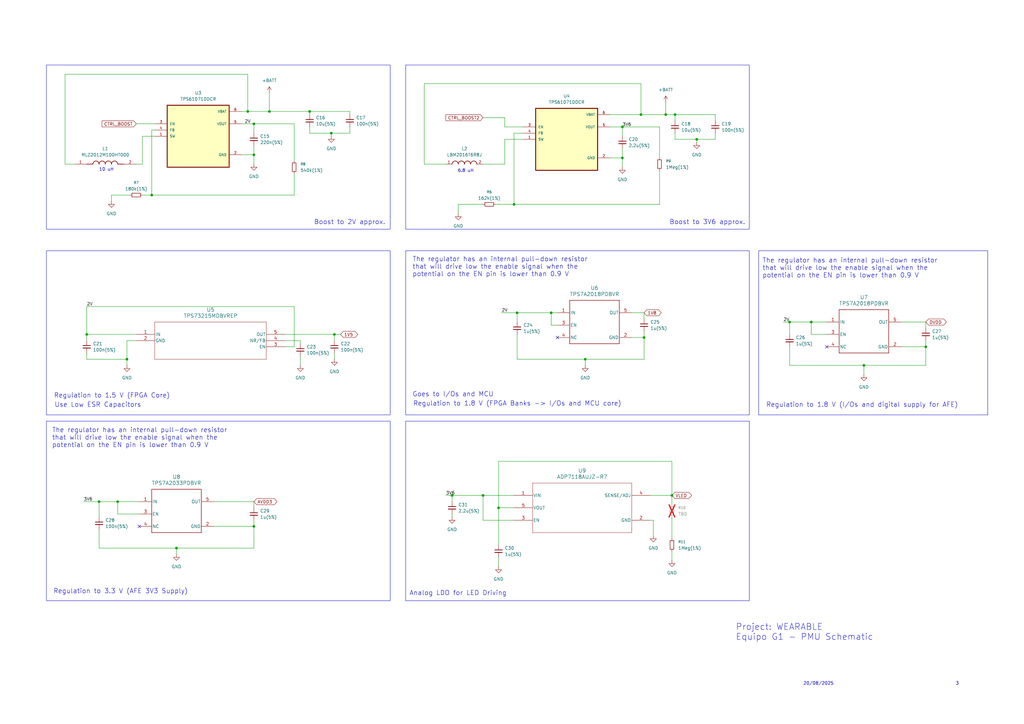
<source format=kicad_sch>
(kicad_sch (version 20250114) (generator "eeschema") (generator_version "9.0")
  (paper "A3")
  (lib_symbols
    (symbol "Device:C_Small" (pin_numbers (hide yes)) (pin_names (offset 0.254) (hide yes))
      (property "Reference" "C" (at 0.254 1.778 0))
      (property "Value" "C_Small" (at 0.254 -2.032 0))
      (symbol "C_Small_0_1"
        (polyline (pts (xy -1.524 0.508) (xy 1.524 0.508)) (stroke (width 0.3048)))
        (polyline (pts (xy -1.524 -0.508) (xy 1.524 -0.508)) (stroke (width 0.3302)))
      )
      (symbol "C_Small_1_1"
        (pin passive line (at 0 2.54 270) (length 2.032) (name "~") (number "1"))
        (pin passive line (at 0 -2.54 90) (length 2.032) (name "~") (number "2"))
      )
    )
    (symbol "Device:R_Small" (pin_numbers (hide yes)) (pin_names (offset 0.254) (hide yes))
      (property "Reference" "R" (at 0 0 90))
      (property "Value" "R_Small" (at 1.778 0 90))
      (symbol "R_Small_0_1"
        (rectangle (start -0.762 1.778) (end 0.762 -1.778) (stroke (width 0.2032)))
      )
      (symbol "R_Small_1_1"
        (pin passive line (at 0 2.54 270) (length 0.762) (name "~") (number "1"))
        (pin passive line (at 0 -2.54 90) (length 0.762) (name "~") (number "2"))
      )
    )
    (symbol "power:+BATT" (power) (pin_numbers (hide yes)) (pin_names (offset 0) (hide yes))
      (property "Value" "+BATT" (at 0 3.556 0))
      (symbol "+BATT_0_1"
        (polyline (pts (xy -0.762 1.27) (xy 0 2.54)))
        (polyline (pts (xy 0 2.54) (xy 0.762 1.27)))
        (polyline (pts (xy 0 0) (xy 0 2.54)))
      )
      (symbol "+BATT_1_1"
        (pin power_in line (at 0 0 90) (length 0) (name "~") (number "1"))
      )
    )
    (symbol "power:GND" (power) (pin_numbers (hide yes)) (pin_names (offset 0) (hide yes))
      (property "Value" "GND" (at 0 -3.81 0))
      (symbol "GND_0_1"
        (polyline (pts (xy 0 0) (xy 0 -1.27) (xy 1.27 -1.27) (xy 0 -2.54) (xy -1.27 -1.27) (xy 0 -1.27)))
      )
      (symbol "GND_1_1"
        (pin power_in line (at 0 0 270) (length 0) (name "~") (number "1"))
      )
    )
    (symbol "wearable:ADP7118AUJZ-R7" (pin_names (offset 0.254))
      (property "Reference" "U" (at 27.94 10.16 0))
      (property "Value" "ADP7118AUJZ-R7" (at 27.94 7.62 0))
      (symbol "ADP7118AUJZ-R7_0_1"
        (polyline (pts (xy 7.62 5.08) (xy 7.62 -15.24)) (stroke (width 0.127)))
        (polyline (pts (xy 7.62 -15.24) (xy 48.26 -15.24)) (stroke (width 0.127)))
        (polyline (pts (xy 48.26 5.08) (xy 7.62 5.08)) (stroke (width 0.127)))
        (polyline (pts (xy 48.26 -15.24) (xy 48.26 5.08)) (stroke (width 0.127)))
        (pin unspecified line (at 0 0 0) (length 7.62) (name "VIN") (number "1"))
        (pin unspecified line (at 0 -5.08 0) (length 7.62) (name "VOUT") (number "5"))
        (pin unspecified line (at 0 -10.16 0) (length 7.62) (name "EN") (number "3"))
        (pin unspecified line (at 55.88 0 180) (length 7.62) (name "SENSE/ADJ") (number "4"))
        (pin unspecified line (at 55.88 -10.16 180) (length 7.62) (name "GND") (number "2"))
      )
    )
    (symbol "wearable:LBM2016T6R8J" (pin_names (offset 1.016))
      (property "Reference" "L" (at -7.62 5.08 0))
      (property "Value" "LBM2016T6R8J" (at -7.62 2.54 0))
      (symbol "LBM2016T6R8J_0_0"
        (arc (start -5.08 0) (mid -3.81 1.2645) (end -2.54 0) (stroke (width 0.254)))
        (arc (start -2.54 0) (mid -1.27 1.2645) (end 0 0) (stroke (width 0.254)))
        (arc (start 0 0) (mid 1.27 1.2645) (end 2.54 0) (stroke (width 0.254)))
        (arc (start 2.54 0) (mid 3.81 1.2645) (end 5.08 0) (stroke (width 0.254)))
        (pin passive line (at -7.62 0 0) (length 2.54) (name "~") (number "1"))
        (pin passive line (at 7.62 0 180) (length 2.54) (name "~") (number "2"))
      )
    )
    (symbol "wearable:MLZ2012M100HT000" (pin_names (offset 1.016))
      (property "Reference" "L" (at -10.16 7.62 0))
      (property "Value" "MLZ2012M100HT000" (at -10.16 5.08 0))
      (symbol "MLZ2012M100HT000_0_0"
        (polyline (pts (xy -5.08 0) (xy -7.62 0)) (stroke (width 0.254)))
        (arc (start -5.08 0) (mid -3.81 1.2645) (end -2.54 0) (stroke (width 0.254)))
        (arc (start -2.54 0) (mid -1.27 1.2645) (end 0 0) (stroke (width 0.254)))
        (arc (start 0 0) (mid 1.27 1.2645) (end 2.54 0) (stroke (width 0.254)))
        (arc (start 2.54 0) (mid 3.81 1.2645) (end 5.08 0) (stroke (width 0.254)))
        (polyline (pts (xy 5.08 0) (xy 7.62 0)) (stroke (width 0.254)))
        (pin passive line (at -12.7 0 0) (length 5.08) (name "~") (number "1"))
        (pin passive line (at 12.7 0 180) (length 5.08) (name "~") (number "2"))
      )
    )
    (symbol "wearable:TPS61071DDCR" (pin_names (offset 1.016))
      (property "Reference" "U" (at -12.7 13.7 0))
      (property "Value" "TPS61071DDCR" (at -12.7 -16.7 0))
      (symbol "TPS61071DDCR_0_0"
        (rectangle (start -12.7 -12.7) (end 12.7 12.7) (stroke (width 0.41)) (fill (type background)))
        (pin input line (at -17.78 5.08 0) (length 5.08) (name "EN") (number "3"))
        (pin input line (at -17.78 2.54 0) (length 5.08) (name "FB") (number "4"))
        (pin input line (at -17.78 0 0) (length 5.08) (name "SW") (number "1"))
        (pin power_in line (at 17.78 10.16 180) (length 5.08) (name "VBAT") (number "6"))
        (pin output line (at 17.78 5.08 180) (length 5.08) (name "VOUT") (number "5"))
        (pin power_in line (at 17.78 -7.62 180) (length 5.08) (name "GND") (number "2"))
      )
    )
    (symbol "wearable:TPS73215MDBVREP" (pin_names (offset 0.254))
      (property "Reference" "U" (at 30.48 10.16 0))
      (property "Value" "TPS73215MDBVREP" (at 30.48 7.62 0))
      (symbol "TPS73215MDBVREP_0_1"
        (polyline (pts (xy 7.62 5.08) (xy 7.62 -10.16)) (stroke (width 0.127)))
        (polyline (pts (xy 7.62 -10.16) (xy 53.34 -10.16)) (stroke (width 0.127)))
        (polyline (pts (xy 53.34 5.08) (xy 7.62 5.08)) (stroke (width 0.127)))
        (polyline (pts (xy 53.34 -10.16) (xy 53.34 5.08)) (stroke (width 0.127)))
        (pin input line (at 0 0 0) (length 7.62) (name "IN") (number "1"))
        (pin power_in line (at 0 -2.54 0) (length 7.62) (name "GND") (number "2"))
        (pin output line (at 60.96 0 180) (length 7.62) (name "OUT") (number "5"))
        (pin bidirectional line (at 60.96 -2.54 180) (length 7.62) (name "NR/FB") (number "4"))
        (pin unspecified line (at 60.96 -5.08 180) (length 7.62) (name "EN") (number "3"))
      )
    )
    (symbol "wearable:TPS7A2018PDBVR" (pin_names (offset 0.254))
      (property "Reference" "U" (at 0 2.54 0))
      (property "Value" "TPS7A2018PDBVR" (at 0 0 0))
      (symbol "TPS7A2018PDBVR_0_1"
        (polyline (pts (xy 5.08 5.08) (xy 5.08 -12.7)) (stroke (width 0.2032)))
        (polyline (pts (xy 5.08 -12.7) (xy 25.4 -12.7)) (stroke (width 0.2032)))
        (polyline (pts (xy 25.4 5.08) (xy 5.08 5.08)) (stroke (width 0.2032)))
        (polyline (pts (xy 25.4 -12.7) (xy 25.4 5.08)) (stroke (width 0.2032)))
        (pin power_in line (at 0 0 0) (length 5.08) (name "IN") (number "1"))
        (pin input line (at 0 -5.08 0) (length 5.08) (name "EN") (number "3"))
        (pin unspecified line (at 0 -10.16 0) (length 5.08) (name "NC") (number "4"))
        (pin unspecified line (at 30.48 0 180) (length 5.08) (name "OUT") (number "5"))
        (pin power_in line (at 30.48 -10.16 180) (length 5.08) (name "GND") (number "2"))
      )
    )
    (symbol "wearable:TPS7A2033PDBVR" (pin_names (offset 0.254))
      (property "Reference" "U" (at 0 2.54 0))
      (property "Value" "TPS7A2033PDBVR" (at 0 0 0))
      (symbol "TPS7A2033PDBVR_0_1"
        (polyline (pts (xy 5.08 5.08) (xy 5.08 -12.7)) (stroke (width 0.2032)))
        (polyline (pts (xy 5.08 -12.7) (xy 25.4 -12.7)) (stroke (width 0.2032)))
        (polyline (pts (xy 25.4 5.08) (xy 5.08 5.08)) (stroke (width 0.2032)))
        (polyline (pts (xy 25.4 -12.7) (xy 25.4 5.08)) (stroke (width 0.2032)))
        (pin power_in line (at 0 0 0) (length 5.08) (name "IN") (number "1"))
        (pin input line (at 0 -5.08 0) (length 5.08) (name "EN") (number "3"))
        (pin unspecified line (at 0 -10.16 0) (length 5.08) (name "NC") (number "4"))
        (pin unspecified line (at 30.48 0 180) (length 5.08) (name "OUT") (number "5"))
        (pin power_in line (at 30.48 -10.16 180) (length 5.08) (name "GND") (number "2"))
      )
    )
  )
  (rectangle (start 166.37 102.87) (end 307.34 170.18))
  (rectangle (start 311.15 102.87) (end 405.13 170.18))
  (rectangle (start 19.05 102.87) (end 160.02 170.18))
  (rectangle (start 19.05 172.72) (end 160.02 246.38))
  (rectangle (start 166.37 172.72) (end 307.34 246.38))
  (rectangle (start 19.05 26.67) (end 160.02 93.98))
  (rectangle (start 166.37 26.67) (end 307.34 93.98))
  (text "Regulation to 1.8 V (I/Os and digital supply for AFE)" (at 314.198 166.116 0) (effects (font (size 1.905 1.905)) (justify left)))
  (text "The regulator has an internal pull-down resistor\nthat will drive low the enable signal when the\npotential on the EN pin is lower than 0.9 V" (at 21.336 179.578 0) (effects (font (size 1.905 1.905)) (justify left)))
  (text "3\n" (at 391.922 280.416 0) (effects (font (size 1.27 1.27)) (justify left)))
  (text "The regulator has an internal pull-down resistor\nthat will drive low the enable signal when the\npotential on the EN pin is lower than 0.9 V" (at 169.164 109.474 0) (effects (font (size 1.905 1.905)) (justify left)))
  (text "The regulator has an internal pull-down resistor\nthat will drive low the enable signal when the\npotential on the EN pin is lower than 0.9 V" (at 312.674 109.982 0) (effects (font (size 1.905 1.905)) (justify left)))
  (text "Boost to 3V6 approx.\n" (at 274.574 91.186 0) (effects (font (size 1.905 1.905)) (justify left)))
  (text "20/08/2025\n" (at 329.438 280.416 0) (effects (font (size 1.27 1.27)) (justify left)))
  (text "6.8 uH" (at 187.706 70.104 0) (effects (font (size 1.27 1.27)) (justify left)))
  (text "Analog LDO for LED Driving" (at 167.894 243.332 0) (effects (font (size 1.905 1.905)) (justify left)))
  (text "Goes to I/Os and MCU" (at 169.164 161.798 0) (effects (font (size 1.905 1.905)) (justify left)))
  (text "10 uH" (at 40.64 69.596 0) (effects (font (size 1.27 1.27)) (justify left)))
  (text "Regulation to 1.5 V (FPGA Core)" (at 22.098 162.306 0) (effects (font (size 1.905 1.905)) (justify left)))
  (text "Use Low ESR Capacitors" (at 22.352 166.116 0) (effects (font (size 1.905 1.905)) (justify left)))
  (text "Regulation to 3.3 V (AFE 3V3 Supply)" (at 21.844 242.57 0) (effects (font (size 1.905 1.905)) (justify left)))
  (text "Project: WEARABLE\nEquipo G1 - PMU Schematic\n\n" (at 301.752 261.366 0) (effects (font (size 2.54 2.54)) (justify left)))
  (text "Regulation to 1.8 V (FPGA Banks -> I/Os and MCU core)" (at 169.418 165.608 0) (effects (font (size 1.905 1.905)) (justify left)))
  (text "Boost to 2V approx.\n" (at 128.778 91.186 0) (effects (font (size 1.905 1.905)) (justify left)))
  (junction (at 127 45.72))
  (junction (at 275.59 203.2))
  (junction (at 264.16 138.43))
  (junction (at 40.64 205.74))
  (junction (at 240.03 147.32))
  (junction (at 35.56 137.16))
  (junction (at 104.14 50.8))
  (junction (at 276.86 46.99))
  (junction (at 104.14 215.9))
  (junction (at 273.05 46.99))
  (junction (at 262.89 46.99))
  (junction (at 48.26 205.74))
  (junction (at 52.07 147.32))
  (junction (at 72.39 224.79))
  (junction (at 323.85 132.08))
  (junction (at 354.33 149.86))
  (junction (at 198.12 203.2))
  (junction (at 226.06 128.27))
  (junction (at 285.75 57.15))
  (junction (at 255.27 64.77))
  (junction (at 212.09 128.27))
  (junction (at 135.89 54.61))
  (junction (at 210.82 83.82))
  (junction (at 137.16 137.16))
  (junction (at 101.6 45.72))
  (junction (at 255.27 52.07))
  (junction (at 185.42 203.2))
  (junction (at 104.14 63.5))
  (junction (at 204.47 208.28))
  (junction (at 379.73 142.24))
  (junction (at 62.23 80.01))
  (junction (at 110.49 45.72))
  (junction (at 332.74 132.08))
  (no_connect (at 228.6 138.43))
  (no_connect (at 57.15 215.9))
  (no_connect (at 339.09 142.24))
  (wire (pts (xy 137.16 144.78) (xy 137.16 147.32)))
  (wire (pts (xy 101.6 45.72) (xy 110.49 45.72)))
  (wire (pts (xy 143.51 45.72) (xy 143.51 46.99)))
  (wire (pts (xy 273.05 46.99) (xy 276.86 46.99)))
  (wire (pts (xy 212.09 147.32) (xy 240.03 147.32)))
  (wire (pts (xy 26.67 67.31) (xy 30.48 67.31)))
  (wire (pts (xy 137.16 137.16) (xy 137.16 139.7)))
  (wire (pts (xy 35.56 137.16) (xy 35.56 139.7)))
  (wire (pts (xy 26.67 30.48) (xy 26.67 67.31)))
  (wire (pts (xy 250.19 52.07) (xy 255.27 52.07)))
  (wire (pts (xy 110.49 38.1) (xy 110.49 45.72)))
  (wire (pts (xy 104.14 224.79) (xy 104.14 215.9)))
  (wire (pts (xy 293.37 57.15) (xy 293.37 54.61)))
  (wire (pts (xy 40.64 224.79) (xy 72.39 224.79)))
  (wire (pts (xy 116.84 142.24) (xy 120.65 142.24)))
  (wire (pts (xy 214.63 52.07) (xy 207.01 52.07)))
  (wire (pts (xy 323.85 149.86) (xy 354.33 149.86)))
  (wire (pts (xy 127 54.61) (xy 135.89 54.61)))
  (wire (pts (xy 104.14 50.8) (xy 104.14 54.61)))
  (wire (pts (xy 34.29 205.74) (xy 40.64 205.74)))
  (wire (pts (xy 198.12 67.31) (xy 207.01 67.31)))
  (wire (pts (xy 266.7 213.36) (xy 267.97 213.36)))
  (wire (pts (xy 52.07 139.7) (xy 55.88 139.7)))
  (wire (pts (xy 62.23 80.01) (xy 120.65 80.01)))
  (wire (pts (xy 379.73 149.86) (xy 379.73 142.24)))
  (wire (pts (xy 240.03 147.32) (xy 264.16 147.32)))
  (wire (pts (xy 127 45.72) (xy 127 46.99)))
  (wire (pts (xy 182.88 203.2) (xy 185.42 203.2)))
  (wire (pts (xy 137.16 137.16) (xy 139.7 137.16)))
  (wire (pts (xy 275.59 212.09) (xy 275.59 220.98)))
  (wire (pts (xy 99.06 45.72) (xy 101.6 45.72)))
  (wire (pts (xy 276.86 57.15) (xy 285.75 57.15)))
  (wire (pts (xy 185.42 203.2) (xy 185.42 205.74)))
  (wire (pts (xy 226.06 133.35) (xy 226.06 128.27)))
  (wire (pts (xy 212.09 137.16) (xy 212.09 147.32)))
  (wire (pts (xy 48.26 210.82) (xy 48.26 205.74)))
  (wire (pts (xy 276.86 46.99) (xy 293.37 46.99)))
  (wire (pts (xy 354.33 149.86) (xy 354.33 153.67)))
  (wire (pts (xy 57.15 210.82) (xy 48.26 210.82)))
  (wire (pts (xy 255.27 60.96) (xy 255.27 64.77)))
  (wire (pts (xy 55.88 50.8) (xy 63.5 50.8)))
  (wire (pts (xy 99.06 63.5) (xy 104.14 63.5)))
  (wire (pts (xy 45.72 82.55) (xy 45.72 80.01)))
  (wire (pts (xy 205.74 128.27) (xy 212.09 128.27)))
  (wire (pts (xy 187.96 87.63) (xy 187.96 83.82)))
  (wire (pts (xy 276.86 54.61) (xy 276.86 57.15)))
  (wire (pts (xy 55.88 137.16) (xy 35.56 137.16)))
  (wire (pts (xy 210.82 83.82) (xy 270.51 83.82)))
  (wire (pts (xy 379.73 132.08) (xy 379.73 134.62)))
  (wire (pts (xy 123.19 139.7) (xy 123.19 140.97)))
  (wire (pts (xy 207.01 67.31) (xy 207.01 57.15)))
  (wire (pts (xy 204.47 189.23) (xy 275.59 189.23)))
  (wire (pts (xy 210.82 83.82) (xy 210.82 54.61)))
  (wire (pts (xy 264.16 128.27) (xy 264.16 130.81)))
  (wire (pts (xy 48.26 205.74) (xy 57.15 205.74)))
  (wire (pts (xy 185.42 210.82) (xy 185.42 212.09)))
  (wire (pts (xy 116.84 139.7) (xy 123.19 139.7)))
  (wire (pts (xy 58.42 55.88) (xy 63.5 55.88)))
  (wire (pts (xy 99.06 50.8) (xy 104.14 50.8)))
  (wire (pts (xy 354.33 149.86) (xy 379.73 149.86)))
  (wire (pts (xy 270.51 83.82) (xy 270.51 69.85)))
  (wire (pts (xy 123.19 146.05) (xy 123.19 149.86)))
  (wire (pts (xy 210.82 213.36) (xy 198.12 213.36)))
  (wire (pts (xy 72.39 224.79) (xy 72.39 227.33)))
  (wire (pts (xy 212.09 132.08) (xy 212.09 128.27)))
  (wire (pts (xy 379.73 142.24) (xy 369.57 142.24)))
  (wire (pts (xy 276.86 46.99) (xy 276.86 49.53)))
  (wire (pts (xy 104.14 205.74) (xy 104.14 208.28)))
  (wire (pts (xy 52.07 149.86) (xy 52.07 147.32)))
  (wire (pts (xy 323.85 132.08) (xy 332.74 132.08)))
  (wire (pts (xy 226.06 128.27) (xy 228.6 128.27)))
  (wire (pts (xy 104.14 50.8) (xy 120.65 50.8)))
  (wire (pts (xy 255.27 64.77) (xy 250.19 64.77)))
  (wire (pts (xy 262.89 34.29) (xy 262.89 46.99)))
  (wire (pts (xy 255.27 52.07) (xy 255.27 55.88)))
  (wire (pts (xy 116.84 137.16) (xy 137.16 137.16)))
  (wire (pts (xy 187.96 83.82) (xy 198.12 83.82)))
  (wire (pts (xy 198.12 203.2) (xy 210.82 203.2)))
  (wire (pts (xy 204.47 228.6) (xy 204.47 232.41)))
  (wire (pts (xy 270.51 52.07) (xy 270.51 64.77)))
  (wire (pts (xy 240.03 147.32) (xy 240.03 149.86)))
  (wire (pts (xy 262.89 46.99) (xy 273.05 46.99)))
  (wire (pts (xy 120.65 142.24) (xy 120.65 125.73)))
  (wire (pts (xy 104.14 63.5) (xy 104.14 67.31)))
  (wire (pts (xy 204.47 208.28) (xy 210.82 208.28)))
  (wire (pts (xy 198.12 213.36) (xy 198.12 203.2)))
  (wire (pts (xy 35.56 147.32) (xy 35.56 144.78)))
  (wire (pts (xy 293.37 46.99) (xy 293.37 49.53)))
  (wire (pts (xy 267.97 213.36) (xy 267.97 219.71)))
  (wire (pts (xy 62.23 80.01) (xy 58.42 80.01)))
  (wire (pts (xy 127 52.07) (xy 127 54.61)))
  (wire (pts (xy 204.47 208.28) (xy 204.47 189.23)))
  (wire (pts (xy 120.65 50.8) (xy 120.65 66.04)))
  (wire (pts (xy 185.42 203.2) (xy 198.12 203.2)))
  (wire (pts (xy 40.64 217.17) (xy 40.64 224.79)))
  (wire (pts (xy 275.59 203.2) (xy 266.7 203.2)))
  (wire (pts (xy 182.88 67.31) (xy 173.99 67.31)))
  (wire (pts (xy 45.72 80.01) (xy 53.34 80.01)))
  (wire (pts (xy 332.74 137.16) (xy 332.74 132.08)))
  (wire (pts (xy 369.57 132.08) (xy 379.73 132.08)))
  (wire (pts (xy 203.2 83.82) (xy 210.82 83.82)))
  (wire (pts (xy 101.6 45.72) (xy 101.6 30.48)))
  (wire (pts (xy 143.51 54.61) (xy 143.51 52.07)))
  (wire (pts (xy 135.89 54.61) (xy 135.89 55.88)))
  (wire (pts (xy 110.49 45.72) (xy 127 45.72)))
  (wire (pts (xy 332.74 132.08) (xy 339.09 132.08)))
  (wire (pts (xy 323.85 132.08) (xy 323.85 137.16)))
  (wire (pts (xy 101.6 30.48) (xy 26.67 30.48)))
  (wire (pts (xy 275.59 189.23) (xy 275.59 203.2)))
  (wire (pts (xy 264.16 138.43) (xy 259.08 138.43)))
  (wire (pts (xy 210.82 54.61) (xy 214.63 54.61)))
  (wire (pts (xy 262.89 46.99) (xy 250.19 46.99)))
  (wire (pts (xy 259.08 128.27) (xy 264.16 128.27)))
  (wire (pts (xy 173.99 34.29) (xy 262.89 34.29)))
  (wire (pts (xy 104.14 215.9) (xy 87.63 215.9)))
  (wire (pts (xy 285.75 57.15) (xy 285.75 58.42)))
  (wire (pts (xy 120.65 125.73) (xy 35.56 125.73)))
  (wire (pts (xy 135.89 54.61) (xy 143.51 54.61)))
  (wire (pts (xy 255.27 64.77) (xy 255.27 68.58)))
  (wire (pts (xy 285.75 57.15) (xy 293.37 57.15)))
  (wire (pts (xy 173.99 67.31) (xy 173.99 34.29)))
  (wire (pts (xy 35.56 125.73) (xy 35.56 137.16)))
  (wire (pts (xy 321.31 132.08) (xy 323.85 132.08)))
  (wire (pts (xy 55.88 67.31) (xy 58.42 67.31)))
  (wire (pts (xy 264.16 147.32) (xy 264.16 138.43)))
  (wire (pts (xy 379.73 139.7) (xy 379.73 142.24)))
  (wire (pts (xy 120.65 80.01) (xy 120.65 71.12)))
  (wire (pts (xy 63.5 53.34) (xy 62.23 53.34)))
  (wire (pts (xy 52.07 147.32) (xy 52.07 139.7)))
  (wire (pts (xy 72.39 224.79) (xy 104.14 224.79)))
  (wire (pts (xy 228.6 133.35) (xy 226.06 133.35)))
  (wire (pts (xy 58.42 67.31) (xy 58.42 55.88)))
  (wire (pts (xy 275.59 226.06) (xy 275.59 229.87)))
  (wire (pts (xy 207.01 52.07) (xy 207.01 48.26)))
  (wire (pts (xy 104.14 213.36) (xy 104.14 215.9)))
  (wire (pts (xy 127 45.72) (xy 143.51 45.72)))
  (wire (pts (xy 104.14 63.5) (xy 104.14 59.69)))
  (wire (pts (xy 204.47 208.28) (xy 204.47 223.52)))
  (wire (pts (xy 198.12 48.26) (xy 207.01 48.26)))
  (wire (pts (xy 339.09 137.16) (xy 332.74 137.16)))
  (wire (pts (xy 40.64 205.74) (xy 40.64 212.09)))
  (wire (pts (xy 52.07 147.32) (xy 35.56 147.32)))
  (wire (pts (xy 264.16 135.89) (xy 264.16 138.43)))
  (wire (pts (xy 323.85 142.24) (xy 323.85 149.86)))
  (wire (pts (xy 207.01 57.15) (xy 214.63 57.15)))
  (wire (pts (xy 255.27 52.07) (xy 270.51 52.07)))
  (wire (pts (xy 275.59 203.2) (xy 275.59 207.01)))
  (wire (pts (xy 212.09 128.27) (xy 226.06 128.27)))
  (wire (pts (xy 87.63 205.74) (xy 104.14 205.74)))
  (wire (pts (xy 273.05 41.91) (xy 273.05 46.99)))
  (wire (pts (xy 40.64 205.74) (xy 48.26 205.74)))
  (wire (pts (xy 62.23 53.34) (xy 62.23 80.01)))
  (label "3V6" (at 182.88 203.2 0))
  (label "2V" (at 35.56 125.73 0))
  (label "2V" (at 205.74 128.27 0))
  (label "3V6" (at 255.27 52.07 0))
  (label "2V" (at 100.33 50.8 0))
  (label "2V" (at 321.31 132.08 0))
  (label "3V6" (at 34.29 205.74 0))
  (global_label "AVDD3" (shape bidirectional) (at 104.14 205.74 0) (property "Intersheetrefs" "${INTERSHEET_REFS}" (effects (hide yes))))
  (global_label "VLED" (shape bidirectional) (at 275.59 203.2 0) (property "Intersheetrefs" "${INTERSHEET_REFS}" (effects (hide yes))))
  (global_label "CTRL_BOOST2" (shape input) (at 198.12 48.26 180) (property "Intersheetrefs" "${INTERSHEET_REFS}" (effects (hide yes))))
  (global_label "1V5" (shape bidirectional) (at 139.7 137.16 0) (property "Intersheetrefs" "${INTERSHEET_REFS}" (effects (hide yes))))
  (global_label "DVDD" (shape bidirectional) (at 379.73 132.08 0) (property "Intersheetrefs" "${INTERSHEET_REFS}" (effects (hide yes))))
  (global_label "1V8" (shape bidirectional) (at 264.16 128.27 0) (property "Intersheetrefs" "${INTERSHEET_REFS}" (effects (hide yes))))
  (global_label "CTRL_BOOST" (shape input) (at 55.88 50.8 180) (property "Intersheetrefs" "${INTERSHEET_REFS}" (effects (hide yes))))
  (symbol (lib_id "Device:C_Small") (at 185.42 208.28 0) (unit 1)
    (property "Reference" "C31" (at 187.96 207.0162 0) (effects (justify left)))
    (property "Value" "2.2u(5%)" (at 187.96 209.5562 0) (effects (justify left)))
    (property "Footprint" "Capacitor_SMD:C_0402_1005Metric" (effects (hide yes)))
    (property "Description" "Unpolarized capacitor, small symbol" (effects (hide yes)))
  )
  (symbol (lib_id "Device:C_Small") (at 123.19 143.51 0) (unit 1)
    (property "Reference" "C23" (at 125.73 142.2462 0) (effects (justify left)))
    (property "Value" "100n(5%)" (at 125.73 144.7862 0) (effects (justify left)))
    (property "Footprint" "Capacitor_SMD:C_0402_1005Metric" (effects (hide yes)))
    (property "Description" "Unpolarized capacitor, small symbol" (effects (hide yes)))
  )
  (symbol (lib_id "power:GND") (at 135.89 55.88 0) (unit 1)
    (property "Reference" "#PWR026" (effects (hide yes)))
    (property "Value" "GND" (at 135.89 60.96 0))
    (property "Description" "Power symbol creates a global label with name \"GND\" , ground" (effects (hide yes)))
  )
  (symbol (lib_id "power:GND") (at 52.07 149.86 0) (unit 1)
    (property "Reference" "#PWR031" (effects (hide yes)))
    (property "Value" "GND" (at 52.07 154.94 0))
    (property "Description" "Power symbol creates a global label with name \"GND\" , ground" (effects (hide yes)))
  )
  (symbol (lib_id "power:GND") (at 137.16 147.32 0) (unit 1)
    (property "Reference" "#PWR032" (effects (hide yes)))
    (property "Value" "GND" (at 137.16 152.4 0))
    (property "Description" "Power symbol creates a global label with name \"GND\" , ground" (effects (hide yes)))
  )
  (symbol (lib_id "Device:C_Small") (at 143.51 49.53 0) (unit 1)
    (property "Reference" "C17" (at 146.05 48.2662 0) (effects (justify left)))
    (property "Value" "100n(5%)" (at 146.05 50.8062 0) (effects (justify left)))
    (property "Footprint" "Capacitor_SMD:C_0402_1005Metric" (effects (hide yes)))
    (property "Description" "Unpolarized capacitor, small symbol" (effects (hide yes)))
  )
  (symbol (lib_id "wearable:TPS7A2018PDBVR") (at 339.09 132.08 0) (unit 1)
    (property "Reference" "U7" (at 354.33 121.92 0) (effects (font (size 1.524 1.524))))
    (property "Value" "TPS7A2018PDBVR" (at 354.33 124.46 0) (effects (font (size 1.524 1.524))))
    (property "Footprint" "wearable:DBV0005A-IPC_A" (effects (hide yes)))
    (property "Datasheet" "https://www.ti.com/lit/gpn/tps7a20" (effects (hide yes)))
  )
  (symbol (lib_id "power:GND") (at 185.42 212.09 0) (unit 1)
    (property "Reference" "#PWR038" (effects (hide yes)))
    (property "Value" "GND" (at 185.42 217.17 0))
    (property "Description" "Power symbol creates a global label with name \"GND\" , ground" (effects (hide yes)))
  )
  (symbol (lib_id "Device:C_Small") (at 212.09 134.62 0) (unit 1)
    (property "Reference" "C24" (at 214.63 133.3562 0) (effects (justify left)))
    (property "Value" "1u(5%)" (at 214.63 135.8962 0) (effects (justify left)))
    (property "Footprint" "Capacitor_SMD:C_0402_1005Metric" (effects (hide yes)))
    (property "Description" "Unpolarized capacitor, small symbol" (effects (hide yes)))
  )
  (symbol (lib_id "Device:C_Small") (at 104.14 210.82 0) (unit 1)
    (property "Reference" "C29" (at 106.68 209.5562 0) (effects (justify left)))
    (property "Value" "1u(5%)" (at 106.68 212.0962 0) (effects (justify left)))
    (property "Footprint" "Capacitor_SMD:C_0402_1005Metric" (effects (hide yes)))
    (property "Description" "Unpolarized capacitor, small symbol" (effects (hide yes)))
  )
  (symbol (lib_id "Device:C_Small") (at 40.64 214.63 0) (unit 1)
    (property "Reference" "C28" (at 43.18 213.3662 0) (effects (justify left)))
    (property "Value" "100n(5%)" (at 43.18 215.9062 0) (effects (justify left)))
    (property "Footprint" "Capacitor_SMD:C_0402_1005Metric" (effects (hide yes)))
    (property "Description" "Unpolarized capacitor, small symbol" (effects (hide yes)))
  )
  (symbol (lib_id "Device:R_Small") (at 275.59 209.55 180) (unit 1) (dnp yes)
    (property "Reference" "R10" (at 278.13 208.2799 0) (effects (font (size 1.016 1.016)) (justify right)))
    (property "Value" "TBD" (at 278.13 210.8199 0) (effects (justify right)))
    (property "Footprint" "Resistor_SMD:R_0402_1005Metric" (effects (hide yes)))
    (property "Description" "Resistor, small symbol" (effects (hide yes)))
  )
  (symbol (lib_id "power:GND") (at 354.33 153.67 0) (unit 1)
    (property "Reference" "#PWR035" (effects (hide yes)))
    (property "Value" "GND" (at 354.33 158.75 0))
    (property "Description" "Power symbol creates a global label with name \"GND\" , ground" (effects (hide yes)))
  )
  (symbol (lib_id "Device:C_Small") (at 137.16 142.24 0) (unit 1)
    (property "Reference" "C22" (at 139.7 140.9762 0) (effects (justify left)))
    (property "Value" "100n(5%)" (at 139.7 143.5162 0) (effects (justify left)))
    (property "Footprint" "Capacitor_SMD:C_0402_1005Metric" (effects (hide yes)))
    (property "Description" "Unpolarized capacitor, small symbol" (effects (hide yes)))
  )
  (symbol (lib_id "Device:C_Small") (at 104.14 57.15 0) (unit 1)
    (property "Reference" "C15" (at 106.68 55.8862 0) (effects (justify left)))
    (property "Value" "220n(5%)" (at 106.68 58.4262 0) (effects (justify left)))
    (property "Footprint" "Capacitor_SMD:C_0402_1005Metric" (effects (hide yes)))
    (property "Description" "Unpolarized capacitor, small symbol" (effects (hide yes)))
  )
  (symbol (lib_id "Device:R_Small") (at 55.88 80.01 90) (unit 1)
    (property "Reference" "R7" (at 55.88 74.93 90) (effects (font (size 1.016 1.016))))
    (property "Value" "180k(1%)" (at 55.88 77.47 90))
    (property "Footprint" "Resistor_SMD:R_0402_1005Metric" (effects (hide yes)))
    (property "Description" "Resistor, small symbol" (effects (hide yes)))
  )
  (symbol (lib_id "power:GND") (at 285.75 58.42 0) (unit 1)
    (property "Reference" "#PWR029" (effects (hide yes)))
    (property "Value" "GND" (at 285.75 63.5 0))
    (property "Description" "Power symbol creates a global label with name \"GND\" , ground" (effects (hide yes)))
  )
  (symbol (lib_id "power:GND") (at 45.72 82.55 0) (unit 1)
    (property "Reference" "#PWR025" (effects (hide yes)))
    (property "Value" "GND" (at 45.72 87.63 0))
    (property "Description" "Power symbol creates a global label with name \"GND\" , ground" (effects (hide yes)))
  )
  (symbol (lib_id "power:GND") (at 187.96 87.63 0) (unit 1)
    (property "Reference" "#PWR027" (effects (hide yes)))
    (property "Value" "GND" (at 187.96 92.71 0))
    (property "Description" "Power symbol creates a global label with name \"GND\" , ground" (effects (hide yes)))
  )
  (symbol (lib_id "power:+BATT") (at 273.05 41.91 0) (unit 1)
    (property "Reference" "#PWR028" (effects (hide yes)))
    (property "Value" "+BATT" (at 273.05 36.83 0))
    (property "Description" "Power symbol creates a global label with name \"+BATT\"" (effects (hide yes)))
  )
  (symbol (lib_id "Device:R_Small") (at 120.65 68.58 180) (unit 1)
    (property "Reference" "R8" (at 123.19 67.3099 0) (effects (font (size 1.016 1.016)) (justify right)))
    (property "Value" "540k(1%)" (at 123.19 69.8499 0) (effects (justify right)))
    (property "Footprint" "Resistor_SMD:R_0402_1005Metric" (effects (hide yes)))
    (property "Description" "Resistor, small symbol" (effects (hide yes)))
  )
  (symbol (lib_id "power:+BATT") (at 110.49 38.1 0) (unit 1)
    (property "Reference" "#PWR024" (effects (hide yes)))
    (property "Value" "+BATT" (at 110.49 33.02 0))
    (property "Description" "Power symbol creates a global label with name \"+BATT\"" (effects (hide yes)))
  )
  (symbol (lib_id "Device:C_Small") (at 379.73 137.16 0) (unit 1)
    (property "Reference" "C27" (at 382.27 135.8962 0) (effects (justify left)))
    (property "Value" "1u(5%)" (at 382.27 138.4362 0) (effects (justify left)))
    (property "Footprint" "Capacitor_SMD:C_0402_1005Metric" (effects (hide yes)))
    (property "Description" "Unpolarized capacitor, small symbol" (effects (hide yes)))
  )
  (symbol (lib_id "Device:C_Small") (at 204.47 226.06 0) (unit 1)
    (property "Reference" "C30" (at 207.01 224.7962 0) (effects (justify left)))
    (property "Value" "1u(5%)" (at 207.01 227.3362 0) (effects (justify left)))
    (property "Footprint" "Capacitor_SMD:C_0402_1005Metric" (effects (hide yes)))
    (property "Description" "Unpolarized capacitor, small symbol" (effects (hide yes)))
  )
  (symbol (lib_id "power:GND") (at 240.03 149.86 0) (unit 1)
    (property "Reference" "#PWR034" (effects (hide yes)))
    (property "Value" "GND" (at 240.03 154.94 0))
    (property "Description" "Power symbol creates a global label with name \"GND\" , ground" (effects (hide yes)))
  )
  (symbol (lib_id "Device:C_Small") (at 264.16 133.35 0) (unit 1)
    (property "Reference" "C25" (at 266.7 132.0862 0) (effects (justify left)))
    (property "Value" "1u(5%)" (at 266.7 134.6262 0) (effects (justify left)))
    (property "Footprint" "Capacitor_SMD:C_0402_1005Metric" (effects (hide yes)))
    (property "Description" "Unpolarized capacitor, small symbol" (effects (hide yes)))
  )
  (symbol (lib_id "Device:C_Small") (at 35.56 142.24 0) (unit 1)
    (property "Reference" "C21" (at 38.1 140.9762 0) (effects (justify left)))
    (property "Value" "100n(5%)" (at 38.1 143.5162 0) (effects (justify left)))
    (property "Footprint" "Capacitor_SMD:C_0402_1005Metric" (effects (hide yes)))
    (property "Description" "Unpolarized capacitor, small symbol" (effects (hide yes)))
  )
  (symbol (lib_id "Device:C_Small") (at 255.27 58.42 0) (unit 1)
    (property "Reference" "C20" (at 257.81 57.1562 0) (effects (justify left)))
    (property "Value" "2.2u(5%)" (at 257.81 59.6962 0) (effects (justify left)))
    (property "Footprint" "Capacitor_SMD:C_0402_1005Metric" (effects (hide yes)))
    (property "Description" "Unpolarized capacitor, small symbol" (effects (hide yes)))
  )
  (symbol (lib_id "Device:C_Small") (at 323.85 139.7 0) (unit 1)
    (property "Reference" "C26" (at 326.39 138.4362 0) (effects (justify left)))
    (property "Value" "1u(5%)" (at 326.39 140.9762 0) (effects (justify left)))
    (property "Footprint" "Capacitor_SMD:C_0402_1005Metric" (effects (hide yes)))
    (property "Description" "Unpolarized capacitor, small symbol" (effects (hide yes)))
  )
  (symbol (lib_id "Device:C_Small") (at 276.86 52.07 0) (unit 1)
    (property "Reference" "C18" (at 279.4 50.8062 0) (effects (justify left)))
    (property "Value" "10u(5%)" (at 279.4 53.3462 0) (effects (justify left)))
    (property "Footprint" "Capacitor_SMD:C_0402_1005Metric" (effects (hide yes)))
    (property "Description" "Unpolarized capacitor, small symbol" (effects (hide yes)))
  )
  (symbol (lib_id "wearable:LBM2016T6R8J") (at 190.5 67.31 0) (unit 1)
    (property "Reference" "L2" (at 190.5 60.96 0))
    (property "Value" "LBM2016T6R8J" (at 190.5 63.5 0))
    (property "Footprint" "wearable:INDC2016X180N_6_8uH" (effects (hide yes)))
  )
  (symbol (lib_id "power:GND") (at 123.19 149.86 0) (unit 1)
    (property "Reference" "#PWR033" (effects (hide yes)))
    (property "Value" "GND" (at 123.19 154.94 0))
    (property "Description" "Power symbol creates a global label with name \"GND\" , ground" (effects (hide yes)))
  )
  (symbol (lib_id "wearable:TPS73215MDBVREP") (at 55.88 137.16 0) (unit 1)
    (property "Reference" "U5" (at 86.36 127 0) (effects (font (size 1.524 1.524))))
    (property "Value" "TPS73215MDBVREP" (at 86.36 129.54 0) (effects (font (size 1.524 1.524))))
    (property "Footprint" "wearable:DBV5" (effects (hide yes)))
    (property "Datasheet" "https://www.ti.com/lit/gpn/tps73215-ep" (effects (hide yes)))
  )
  (symbol (lib_id "power:GND") (at 267.97 219.71 0) (unit 1)
    (property "Reference" "#PWR040" (effects (hide yes)))
    (property "Value" "GND" (at 267.97 224.79 0))
    (property "Description" "Power symbol creates a global label with name \"GND\" , ground" (effects (hide yes)))
  )
  (symbol (lib_id "wearable:ADP7118AUJZ-R7") (at 210.82 203.2 0) (unit 1)
    (property "Reference" "U9" (at 238.76 193.04 0) (effects (font (size 1.524 1.524))))
    (property "Value" "ADP7118AUJZ-R7" (at 238.76 195.58 0) (effects (font (size 1.524 1.524))))
    (property "Footprint" "wearable:UJ_5_ADI" (effects (hide yes)))
    (property "Datasheet" "https://www.analog.com/media/en/technical-documentation/data-sheets/adp7118.pdf" (effects (hide yes)))
  )
  (symbol (lib_id "power:GND") (at 275.59 229.87 0) (unit 1)
    (property "Reference" "#PWR039" (effects (hide yes)))
    (property "Value" "GND" (at 275.59 234.95 0))
    (property "Description" "Power symbol creates a global label with name \"GND\" , ground" (effects (hide yes)))
  )
  (symbol (lib_id "wearable:MLZ2012M100HT000") (at 43.18 67.31 0) (unit 1)
    (property "Reference" "L1" (at 43.18 60.96 0))
    (property "Value" "MLZ2012M100HT000" (at 43.18 63.5 0))
    (property "Footprint" "wearable:INDC2012X145N" (effects (hide yes)))
  )
  (symbol (lib_id "Device:C_Small") (at 127 49.53 0) (unit 1)
    (property "Reference" "C16" (at 129.54 48.2662 0) (effects (justify left)))
    (property "Value" "10u(5%)" (at 129.54 50.8062 0) (effects (justify left)))
    (property "Footprint" "Capacitor_SMD:C_0402_1005Metric" (effects (hide yes)))
    (property "Description" "Unpolarized capacitor, small symbol" (effects (hide yes)))
  )
  (symbol (lib_id "power:GND") (at 72.39 227.33 0) (unit 1)
    (property "Reference" "#PWR036" (effects (hide yes)))
    (property "Value" "GND" (at 72.39 232.41 0))
    (property "Description" "Power symbol creates a global label with name \"GND\" , ground" (effects (hide yes)))
  )
  (symbol (lib_id "Device:R_Small") (at 200.66 83.82 90) (unit 1)
    (property "Reference" "R6" (at 200.66 78.74 90) (effects (font (size 1.016 1.016))))
    (property "Value" "162k(1%)" (at 200.66 81.28 90))
    (property "Footprint" "Resistor_SMD:R_0402_1005Metric" (effects (hide yes)))
    (property "Description" "Resistor, small symbol" (effects (hide yes)))
  )
  (symbol (lib_id "power:GND") (at 104.14 67.31 0) (unit 1)
    (property "Reference" "#PWR023" (effects (hide yes)))
    (property "Value" "GND" (at 104.14 72.39 0))
    (property "Description" "Power symbol creates a global label with name \"GND\" , ground" (effects (hide yes)))
  )
  (symbol (lib_id "wearable:TPS61071DDCR") (at 232.41 57.15 0) (unit 1)
    (property "Reference" "U4" (at 232.41 39.37 0))
    (property "Value" "TPS61071DDCR" (at 232.41 41.91 0))
    (property "Footprint" "wearable:SOT95P280X110-6N" (effects (hide yes)))
  )
  (symbol (lib_id "wearable:TPS7A2033PDBVR") (at 57.15 205.74 0) (unit 1)
    (property "Reference" "U8" (at 72.39 195.58 0) (effects (font (size 1.524 1.524))))
    (property "Value" "TPS7A2033PDBVR" (at 72.39 198.12 0) (effects (font (size 1.524 1.524))))
    (property "Footprint" "wearable:DBV0005A-IPC_A" (effects (hide yes)))
    (property "Datasheet" "https://www.ti.com/lit/gpn/tps7a20" (effects (hide yes)))
  )
  (symbol (lib_id "Device:R_Small") (at 275.59 223.52 180) (unit 1)
    (property "Reference" "R11" (at 278.13 222.2499 0) (effects (font (size 1.016 1.016)) (justify right)))
    (property "Value" "1Meg(1%)" (at 278.13 224.7899 0) (effects (justify right)))
    (property "Footprint" "Resistor_SMD:R_0402_1005Metric" (effects (hide yes)))
    (property "Description" "Resistor, small symbol" (effects (hide yes)))
  )
  (symbol (lib_id "Device:C_Small") (at 293.37 52.07 0) (unit 1)
    (property "Reference" "C19" (at 295.91 50.8062 0) (effects (justify left)))
    (property "Value" "100n(5%)" (at 295.91 53.3462 0) (effects (justify left)))
    (property "Footprint" "Capacitor_SMD:C_0402_1005Metric" (effects (hide yes)))
    (property "Description" "Unpolarized capacitor, small symbol" (effects (hide yes)))
  )
  (symbol (lib_id "power:GND") (at 255.27 68.58 0) (unit 1)
    (property "Reference" "#PWR030" (effects (hide yes)))
    (property "Value" "GND" (at 255.27 73.66 0))
    (property "Description" "Power symbol creates a global label with name \"GND\" , ground" (effects (hide yes)))
  )
  (symbol (lib_id "wearable:TPS7A2018PDBVR") (at 228.6 128.27 0) (unit 1)
    (property "Reference" "U6" (at 243.84 118.11 0) (effects (font (size 1.524 1.524))))
    (property "Value" "TPS7A2018PDBVR" (at 243.84 120.65 0) (effects (font (size 1.524 1.524))))
    (property "Footprint" "wearable:DBV0005A-IPC_A" (effects (hide yes)))
    (property "Datasheet" "https://www.ti.com/lit/gpn/tps7a20" (effects (hide yes)))
  )
  (symbol (lib_id "wearable:TPS61071DDCR") (at 81.28 55.88 0) (unit 1)
    (property "Reference" "U3" (at 81.28 38.1 0))
    (property "Value" "TPS61071DDCR" (at 81.28 40.64 0))
    (property "Footprint" "wearable:SOT95P280X110-6N" (effects (hide yes)))
  )
  (symbol (lib_id "Device:R_Small") (at 270.51 67.31 180) (unit 1)
    (property "Reference" "R9" (at 273.05 66.0399 0) (effects (font (size 1.016 1.016)) (justify right)))
    (property "Value" "1Meg(1%)" (at 273.05 68.5799 0) (effects (justify right)))
    (property "Footprint" "Resistor_SMD:R_0402_1005Metric" (effects (hide yes)))
    (property "Description" "Resistor, small symbol" (effects (hide yes)))
  )
  (symbol (lib_id "power:GND") (at 204.47 232.41 0) (unit 1)
    (property "Reference" "#PWR037" (effects (hide yes)))
    (property "Value" "GND" (at 204.47 237.49 0))
    (property "Description" "Power symbol creates a global label with name \"GND\" , ground" (effects (hide yes)))
  )
)
</source>
